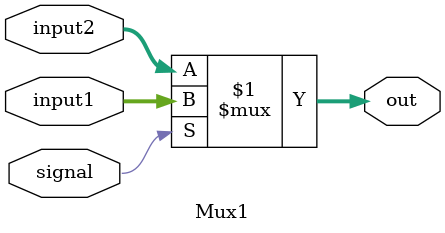
<source format=v>
`timescale 1ns / 1ps
module Mux1(
    input [31:0] input1,
    input [31:0] input2,
    input signal,
    output [31:0] out
    );
	assign out = signal ? input1 : input2;

endmodule

</source>
